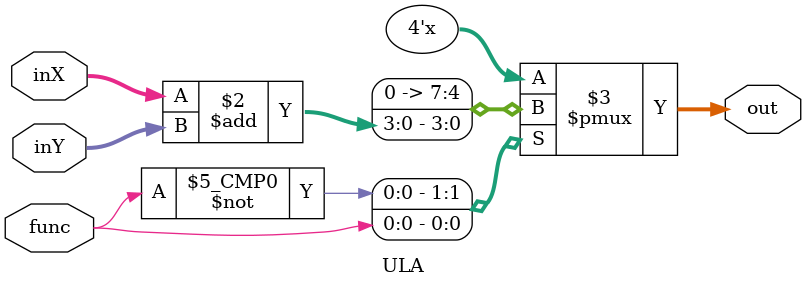
<source format=v>
module ULA(input wire func, input wire [3:0] inX, input wire [3:0] inY, output reg [3:0] out);
	
	parameter DC = 1'b0;
	parameter ADD = 1'b1;
	
	always begin
		case (func)
			DC:
				out <= 4'b0000; //enquanto não chegar o numero, seta com zero
			ADD:
				out <= (inX + inY);  //ao chegar o y, faz a soma entre os números
		endcase
	end

endmodule

</source>
